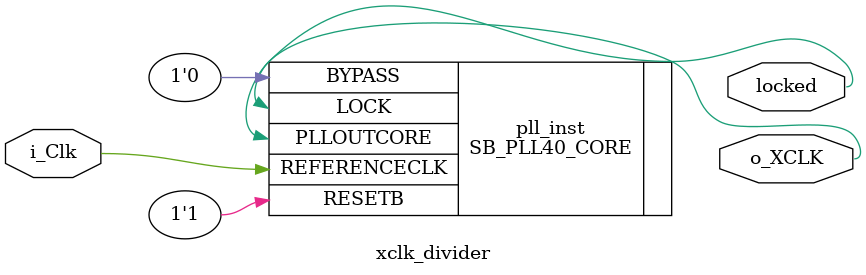
<source format=v>

/* `timescale 1ns / 1ps

module xclk_divider_tb;

  // Parameters
  localparam CLK_PERIOD = 20;  // 50 MHz input clock

  // DUT signals
  reg i_Clk = 0;
  wire o_XCLK;
  wire locked;

  // Instantiate DUT
  xclk_divider dut (
    .i_Clk(i_Clk),
    .o_XCLK(o_XCLK),
    .locked(locked)
  );

  // Clock generation
  always #(CLK_PERIOD / 2) i_Clk = ~i_Clk;

  // Stimulus
  initial begin
    $dumpfile("xclk_divider_tb.vcd");
    $dumpvars(0, xclk_divider_tb);
    $display("Starting xclk_divider testbench...");

    // Run for a few toggles of o_XCLK
    #1000;

    $display("Testbench complete.");
    $finish;
  end

endmodule

 */

module xclk_divider (
    input  wire i_Clk,   // 25 MHz input from board
    output wire o_XCLK,  // ~25 MHz output for OV7670
    output wire locked
);

SB_PLL40_CORE #(
    .FEEDBACK_PATH("SIMPLE"),
    .DIVR(4'd0),         // Divide by 1
    .DIVF(7'd31),        // Multiply by 32
    .DIVQ(3'd5),         // Divide by 32
    .FILTER_RANGE(3'b001)
) pll_inst (
    .REFERENCECLK(i_Clk),
    .PLLOUTCORE(o_XCLK),
    .LOCK(locked),
    .BYPASS(1'b0),
    .RESETB(1'b1)
);


endmodule


</source>
